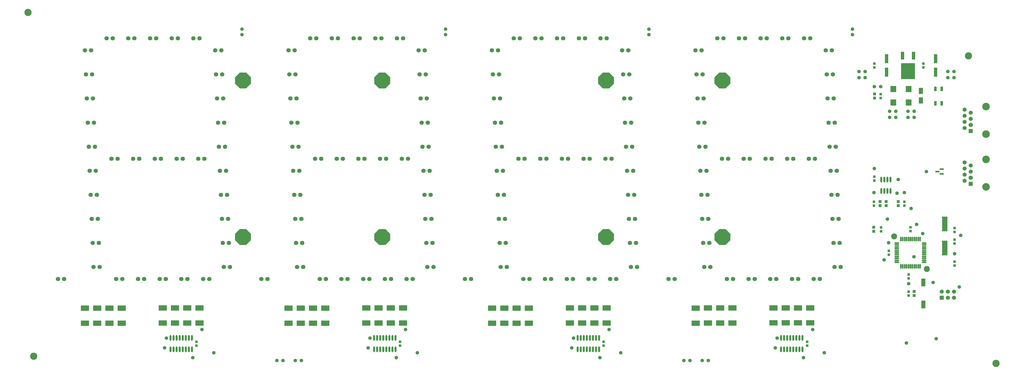
<source format=gts>
%FSLAX24Y24*%
%MOIN*%
G70*
G01*
G75*
G04 Layer_Color=8388736*
%ADD10R,0.0354X0.0354*%
%ADD11O,0.0689X0.0217*%
%ADD12O,0.0217X0.0689*%
%ADD13R,0.0394X0.0394*%
%ADD14R,0.0630X0.0236*%
%ADD15R,0.0630X0.0236*%
%ADD16C,0.0394*%
%ADD17O,0.0236X0.0866*%
%ADD18R,0.1299X0.0787*%
%ADD19R,0.0866X0.0925*%
%ADD20R,0.0610X0.0925*%
%ADD21R,0.0335X0.0335*%
%ADD22O,0.0236X0.0866*%
%ADD23R,0.0787X0.2362*%
%ADD24R,0.0630X0.1181*%
%ADD25R,0.0335X0.0669*%
%ADD26R,0.0472X0.1378*%
%ADD27R,0.2185X0.2559*%
%ADD28R,0.0492X0.1201*%
%ADD29C,0.0250*%
%ADD30C,0.0500*%
%ADD31C,0.0150*%
%ADD32C,0.0100*%
%ADD33C,0.0300*%
%ADD34C,0.0591*%
%ADD35R,0.0591X0.0591*%
%ADD36C,0.0630*%
%ADD37C,0.1161*%
%ADD38P,0.2706X8X22.5*%
%ADD39C,0.0591*%
%ADD40R,0.0591X0.0591*%
%ADD41C,0.0500*%
%ADD42C,0.0394*%
%ADD43C,0.0098*%
%ADD44C,0.0236*%
%ADD45C,0.0079*%
%ADD46R,0.0434X0.0434*%
%ADD47O,0.0769X0.0297*%
%ADD48O,0.0297X0.0769*%
%ADD49R,0.0474X0.0474*%
%ADD50R,0.0710X0.0316*%
%ADD51R,0.0710X0.0316*%
%ADD52C,0.1181*%
%ADD53O,0.0316X0.0946*%
%ADD54R,0.1379X0.0867*%
%ADD55R,0.0946X0.1005*%
%ADD56R,0.0690X0.1005*%
%ADD57R,0.0415X0.0415*%
%ADD58O,0.0316X0.0946*%
%ADD59R,0.0867X0.2442*%
%ADD60R,0.0710X0.1261*%
%ADD61C,0.0984*%
%ADD62R,0.0415X0.0749*%
%ADD63R,0.0552X0.1458*%
%ADD64R,0.2265X0.2639*%
%ADD65R,0.0572X0.1281*%
%ADD66C,0.0671*%
%ADD67R,0.0671X0.0671*%
%ADD68C,0.0710*%
%ADD69C,0.1241*%
%ADD70P,0.2793X8X22.5*%
%ADD71C,0.0671*%
%ADD72R,0.0671X0.0671*%
%ADD73C,0.0580*%
D46*
X131764Y4885D02*
D03*
Y5515D02*
D03*
X65310Y4885D02*
D03*
Y5515D02*
D03*
X155824Y18615D02*
D03*
Y17985D02*
D03*
Y23485D02*
D03*
Y24115D02*
D03*
X148324Y13715D02*
D03*
Y13085D02*
D03*
X142724Y31885D02*
D03*
Y32515D02*
D03*
X148644Y23591D02*
D03*
Y24221D02*
D03*
X150724Y51015D02*
D03*
Y50385D02*
D03*
X142724Y51015D02*
D03*
Y50385D02*
D03*
X155824Y21585D02*
D03*
Y22215D02*
D03*
X148324Y15885D02*
D03*
Y16515D02*
D03*
X145094Y20371D02*
D03*
Y19741D02*
D03*
X98537Y5515D02*
D03*
Y4885D02*
D03*
X32083Y5515D02*
D03*
Y4885D02*
D03*
D47*
X150860Y18496D02*
D03*
Y18811D02*
D03*
Y19126D02*
D03*
Y19441D02*
D03*
Y19756D02*
D03*
Y20070D02*
D03*
Y20385D02*
D03*
Y20700D02*
D03*
Y21015D02*
D03*
Y21330D02*
D03*
Y21645D02*
D03*
X146411D02*
D03*
Y21330D02*
D03*
Y21015D02*
D03*
Y20700D02*
D03*
Y20385D02*
D03*
Y20070D02*
D03*
Y19756D02*
D03*
Y19441D02*
D03*
Y19126D02*
D03*
Y18811D02*
D03*
Y18496D02*
D03*
D48*
X150210Y22295D02*
D03*
X149895D02*
D03*
X149580D02*
D03*
X149265D02*
D03*
X148950D02*
D03*
X148636D02*
D03*
X148321D02*
D03*
X148006D02*
D03*
X147691D02*
D03*
X147376D02*
D03*
X147061D02*
D03*
Y17846D02*
D03*
X147376D02*
D03*
X147691D02*
D03*
X148006D02*
D03*
X148321D02*
D03*
X148636D02*
D03*
X148950D02*
D03*
X149265D02*
D03*
X149580D02*
D03*
X149895D02*
D03*
X150210D02*
D03*
D49*
X149224Y13735D02*
D03*
Y13065D02*
D03*
X142774Y46035D02*
D03*
Y45365D02*
D03*
X144674Y27765D02*
D03*
Y28435D02*
D03*
X143674D02*
D03*
Y27765D02*
D03*
X146624Y28435D02*
D03*
Y27765D02*
D03*
X142624Y23565D02*
D03*
Y24235D02*
D03*
D50*
X153042Y33350D02*
D03*
X153750Y33724D02*
D03*
D51*
X153750Y32976D02*
D03*
D52*
X162598Y1958D02*
D03*
X158118Y52272D02*
D03*
X4574Y59359D02*
D03*
X5512Y3140D02*
D03*
D53*
X97787Y4255D02*
D03*
X97287D02*
D03*
X96787D02*
D03*
X96287D02*
D03*
X95787D02*
D03*
X95287D02*
D03*
X94787D02*
D03*
X94287D02*
D03*
Y6145D02*
D03*
X94787D02*
D03*
X95287D02*
D03*
X95787D02*
D03*
X96287D02*
D03*
X96787D02*
D03*
X97287D02*
D03*
X97787D02*
D03*
X64560Y4255D02*
D03*
X64060D02*
D03*
X63560D02*
D03*
X63060D02*
D03*
X62560D02*
D03*
X62060D02*
D03*
X61560D02*
D03*
X61060D02*
D03*
Y6145D02*
D03*
X61560D02*
D03*
X62060D02*
D03*
X62560D02*
D03*
X63060D02*
D03*
X63560D02*
D03*
X64060D02*
D03*
X64560D02*
D03*
X31333Y4255D02*
D03*
X30833D02*
D03*
X30333D02*
D03*
X29833D02*
D03*
X29333D02*
D03*
X28833D02*
D03*
X28333D02*
D03*
X27833D02*
D03*
Y6145D02*
D03*
X28333D02*
D03*
X28833D02*
D03*
X29333D02*
D03*
X29833D02*
D03*
X30333D02*
D03*
X30833D02*
D03*
X31333D02*
D03*
X143874Y30155D02*
D03*
X144374D02*
D03*
X144874D02*
D03*
X145374D02*
D03*
X143874Y32045D02*
D03*
X144374D02*
D03*
X145374D02*
D03*
X131014Y6145D02*
D03*
X130514D02*
D03*
X130014D02*
D03*
X129514D02*
D03*
X129014D02*
D03*
X128514D02*
D03*
X128014D02*
D03*
X127514D02*
D03*
X131014Y4255D02*
D03*
X130514D02*
D03*
X130014D02*
D03*
X129514D02*
D03*
X129014D02*
D03*
X128514D02*
D03*
X128014D02*
D03*
X127514D02*
D03*
D54*
X84339Y8551D02*
D03*
X99037Y8580D02*
D03*
X82339Y8551D02*
D03*
X93037Y8580D02*
D03*
X86339Y8551D02*
D03*
X97037Y8580D02*
D03*
X95037Y8580D02*
D03*
X51111Y8551D02*
D03*
X65810Y8580D02*
D03*
X49111Y8551D02*
D03*
X59810Y8580D02*
D03*
X53111Y8551D02*
D03*
X63810Y8580D02*
D03*
X61810D02*
D03*
X17884Y8551D02*
D03*
X32583Y8580D02*
D03*
X15884Y8551D02*
D03*
X26583Y8580D02*
D03*
X19884Y8551D02*
D03*
X30583Y8580D02*
D03*
X28583Y8580D02*
D03*
X80339Y8551D02*
D03*
X47111D02*
D03*
X13884D02*
D03*
Y10992D02*
D03*
X19884D02*
D03*
X15884D02*
D03*
X17884D02*
D03*
X28583Y11020D02*
D03*
X30583D02*
D03*
X26583D02*
D03*
X32583D02*
D03*
X49111Y10992D02*
D03*
X51111D02*
D03*
X53111D02*
D03*
X47111D02*
D03*
X61810Y11020D02*
D03*
X63810D02*
D03*
X65810D02*
D03*
X59810D02*
D03*
X95037Y11020D02*
D03*
X99037Y11020D02*
D03*
X97037D02*
D03*
X93037D02*
D03*
X82339Y10992D02*
D03*
X86339D02*
D03*
X84339D02*
D03*
X80339Y10992D02*
D03*
X117566Y8580D02*
D03*
X115566D02*
D03*
Y11021D02*
D03*
X119566Y8580D02*
D03*
Y11021D02*
D03*
X113566Y8551D02*
D03*
Y10992D02*
D03*
X117566Y11021D02*
D03*
X132264Y8609D02*
D03*
Y11050D02*
D03*
X126264D02*
D03*
Y8609D02*
D03*
X128264Y11050D02*
D03*
Y8609D02*
D03*
X130264Y11050D02*
D03*
Y8609D02*
D03*
D55*
X145824Y44648D02*
D03*
Y46852D02*
D03*
X148324Y44648D02*
D03*
Y46852D02*
D03*
D56*
X150324Y44972D02*
D03*
Y46528D02*
D03*
D57*
X143774Y45385D02*
D03*
Y46015D02*
D03*
X142674Y27785D02*
D03*
Y28415D02*
D03*
X147625Y27785D02*
D03*
Y28415D02*
D03*
X143824Y24215D02*
D03*
Y23585D02*
D03*
D58*
X144874Y32045D02*
D03*
D59*
X154224Y24769D02*
D03*
Y20831D02*
D03*
D60*
X150724Y15207D02*
D03*
Y11593D02*
D03*
D61*
X151295Y17410D02*
D03*
X145984Y22730D02*
D03*
D62*
X152699Y46881D02*
D03*
X153750D02*
D03*
Y44519D02*
D03*
X152699D02*
D03*
D63*
X144724Y51800D02*
D03*
Y49600D02*
D03*
X152724Y51800D02*
D03*
Y49600D02*
D03*
D64*
X148224Y49755D02*
D03*
D65*
X147323Y52294D02*
D03*
X149126D02*
D03*
D66*
X157475Y43484D02*
D03*
Y40484D02*
D03*
X158475Y42984D02*
D03*
X157475Y42484D02*
D03*
Y41484D02*
D03*
X158475Y41984D02*
D03*
X157474Y31850D02*
D03*
Y34850D02*
D03*
X158474Y34350D02*
D03*
X157474Y32850D02*
D03*
X158474Y33350D02*
D03*
X157474Y33850D02*
D03*
D67*
X158475Y39984D02*
D03*
X158474Y31350D02*
D03*
D68*
X158475Y40984D02*
D03*
X158474Y32350D02*
D03*
X103206Y37413D02*
D03*
X102206D02*
D03*
X102049Y41350D02*
D03*
X103049D02*
D03*
X102994Y17728D02*
D03*
X103994D02*
D03*
X103837Y21665D02*
D03*
X102837D02*
D03*
X88404Y55129D02*
D03*
X87404D02*
D03*
X83861D02*
D03*
X84861D02*
D03*
X80948Y37413D02*
D03*
X81948D02*
D03*
X81578Y21665D02*
D03*
X82578D02*
D03*
X82736Y17728D02*
D03*
X81736D02*
D03*
X88980Y15759D02*
D03*
X89980D02*
D03*
X86436D02*
D03*
X85436D02*
D03*
X51634Y55129D02*
D03*
X50634D02*
D03*
X54177D02*
D03*
X55177D02*
D03*
X47721Y37413D02*
D03*
X48721D02*
D03*
X48564Y41350D02*
D03*
X47564D02*
D03*
X49508Y17728D02*
D03*
X48508D02*
D03*
X48351Y21665D02*
D03*
X49351D02*
D03*
X118875Y35444D02*
D03*
X117875D02*
D03*
X98823D02*
D03*
X99823D02*
D03*
X134804Y53161D02*
D03*
X135804D02*
D03*
X135961Y49224D02*
D03*
X134961D02*
D03*
X135118Y45287D02*
D03*
X136118D02*
D03*
X136276Y41350D02*
D03*
X135276D02*
D03*
X135433Y37413D02*
D03*
X136433D02*
D03*
X136591Y33476D02*
D03*
X135591D02*
D03*
X135749Y29539D02*
D03*
X136749D02*
D03*
X136906Y25602D02*
D03*
X135906D02*
D03*
X136064Y21665D02*
D03*
X137064D02*
D03*
X137221Y17728D02*
D03*
X136221D02*
D03*
X117088Y55129D02*
D03*
X118088D02*
D03*
X121632D02*
D03*
X120632D02*
D03*
X124175D02*
D03*
X125175D02*
D03*
X128719D02*
D03*
X127719D02*
D03*
X131261D02*
D03*
X132261D02*
D03*
X121419Y35444D02*
D03*
X122419D02*
D03*
X125963D02*
D03*
X124963D02*
D03*
X128506D02*
D03*
X129506D02*
D03*
X133049D02*
D03*
X132049D02*
D03*
X132836Y15759D02*
D03*
X133836D02*
D03*
X130293D02*
D03*
X129293D02*
D03*
X125750D02*
D03*
X126750D02*
D03*
X123207D02*
D03*
X122207D02*
D03*
X118663D02*
D03*
X119663D02*
D03*
X115963Y17728D02*
D03*
X114963D02*
D03*
X114805Y21665D02*
D03*
X115805D02*
D03*
X115648Y25602D02*
D03*
X114648D02*
D03*
X114491Y29539D02*
D03*
X115491D02*
D03*
X115333Y33476D02*
D03*
X114333D02*
D03*
X109136Y15759D02*
D03*
X110136D02*
D03*
X115175Y37413D02*
D03*
X114175D02*
D03*
X114018Y41350D02*
D03*
X115018D02*
D03*
X114860Y45287D02*
D03*
X113860D02*
D03*
X113703Y49224D02*
D03*
X114703D02*
D03*
X114545Y53161D02*
D03*
X113545D02*
D03*
X99609Y15759D02*
D03*
X100609D02*
D03*
X97066D02*
D03*
X96066D02*
D03*
X92523D02*
D03*
X93523D02*
D03*
X91947Y55129D02*
D03*
X90948D02*
D03*
X94491D02*
D03*
X95491D02*
D03*
X99034D02*
D03*
X98034D02*
D03*
X84648Y35444D02*
D03*
X85648D02*
D03*
X89192D02*
D03*
X88192D02*
D03*
X91735D02*
D03*
X92735D02*
D03*
X96278D02*
D03*
X95278D02*
D03*
X103364Y33476D02*
D03*
X102364D02*
D03*
X102522Y29539D02*
D03*
X103522D02*
D03*
X103679Y25602D02*
D03*
X102679D02*
D03*
X101577Y53161D02*
D03*
X102577D02*
D03*
X102734Y49224D02*
D03*
X101734D02*
D03*
X101891Y45287D02*
D03*
X102891D02*
D03*
X81318Y53161D02*
D03*
X80318D02*
D03*
X80476Y49224D02*
D03*
X81476D02*
D03*
X81633Y45287D02*
D03*
X80633D02*
D03*
X80791Y41350D02*
D03*
X81791D02*
D03*
X81106Y33476D02*
D03*
X82106D02*
D03*
X82263Y29539D02*
D03*
X81263D02*
D03*
X81420Y25602D02*
D03*
X82420D02*
D03*
X76909Y15759D02*
D03*
X75909D02*
D03*
X57720Y55129D02*
D03*
X58720D02*
D03*
X62264D02*
D03*
X61264D02*
D03*
X64807D02*
D03*
X65807D02*
D03*
X53209Y15759D02*
D03*
X52209D02*
D03*
X55752D02*
D03*
X56752D02*
D03*
X60295D02*
D03*
X59295D02*
D03*
X62839D02*
D03*
X63839D02*
D03*
X67382D02*
D03*
X66382D02*
D03*
X51421Y35444D02*
D03*
X52421D02*
D03*
X55965D02*
D03*
X54965D02*
D03*
X58508D02*
D03*
X59508D02*
D03*
X63051D02*
D03*
X62051D02*
D03*
X65594D02*
D03*
X66594D02*
D03*
X48091Y53161D02*
D03*
X47091D02*
D03*
X47249Y49224D02*
D03*
X48249D02*
D03*
X48405Y45287D02*
D03*
X47405D02*
D03*
X68350Y53161D02*
D03*
X69350D02*
D03*
X69507Y49224D02*
D03*
X68507D02*
D03*
X68664Y45287D02*
D03*
X69664D02*
D03*
X69822Y41350D02*
D03*
X68822D02*
D03*
X68979Y37413D02*
D03*
X69979D02*
D03*
X43682Y15759D02*
D03*
X42682D02*
D03*
X48193Y25602D02*
D03*
X49193D02*
D03*
X49036Y29539D02*
D03*
X48036D02*
D03*
X47879Y33476D02*
D03*
X48879D02*
D03*
X70137D02*
D03*
X69137D02*
D03*
X69295Y29539D02*
D03*
X70295D02*
D03*
X70451Y25602D02*
D03*
X69451D02*
D03*
X69610Y21665D02*
D03*
X70610D02*
D03*
X70767Y17728D02*
D03*
X69767D02*
D03*
X17407Y55129D02*
D03*
X18407D02*
D03*
X21950D02*
D03*
X20950D02*
D03*
X24493D02*
D03*
X25493D02*
D03*
X29037D02*
D03*
X28037D02*
D03*
X31580D02*
D03*
X32580D02*
D03*
X19982Y15759D02*
D03*
X18982D02*
D03*
X22525D02*
D03*
X23525D02*
D03*
X27068D02*
D03*
X26068D02*
D03*
X29611D02*
D03*
X30611D02*
D03*
X34155D02*
D03*
X33155D02*
D03*
X18194Y35444D02*
D03*
X19194D02*
D03*
X22737D02*
D03*
X21737D02*
D03*
X25281D02*
D03*
X26281D02*
D03*
X29824D02*
D03*
X28824D02*
D03*
X32367D02*
D03*
X33367D02*
D03*
X14864Y53161D02*
D03*
X13864D02*
D03*
X14022Y49224D02*
D03*
X15022D02*
D03*
X15178Y45287D02*
D03*
X14178D02*
D03*
X14337Y41350D02*
D03*
X15337D02*
D03*
X15494Y37413D02*
D03*
X14494D02*
D03*
X35123Y53161D02*
D03*
X36123D02*
D03*
X36280Y49224D02*
D03*
X35280D02*
D03*
X35437Y45287D02*
D03*
X36437D02*
D03*
X36595Y41350D02*
D03*
X35595D02*
D03*
X35752Y37413D02*
D03*
X36752D02*
D03*
X15651Y33476D02*
D03*
X14651D02*
D03*
X14809Y29539D02*
D03*
X15809D02*
D03*
X15966Y25602D02*
D03*
X14966D02*
D03*
X15124Y21665D02*
D03*
X16124D02*
D03*
X10455Y15759D02*
D03*
X9455D02*
D03*
X15281Y17728D02*
D03*
X16281D02*
D03*
X36910Y33476D02*
D03*
X35910D02*
D03*
X36067Y29539D02*
D03*
X37067D02*
D03*
X37224Y25602D02*
D03*
X36224D02*
D03*
X36382Y21665D02*
D03*
X37382D02*
D03*
X37540Y17728D02*
D03*
X36540D02*
D03*
D69*
X160975Y39484D02*
D03*
Y43984D02*
D03*
X160974Y30850D02*
D03*
Y35350D02*
D03*
D70*
X117921Y48239D02*
D03*
Y22649D02*
D03*
X62402Y48239D02*
D03*
X62402Y22649D02*
D03*
X39679Y48239D02*
D03*
Y22649D02*
D03*
X98937D02*
D03*
Y48239D02*
D03*
D71*
X155724Y13700D02*
D03*
Y12700D02*
D03*
X154725Y13700D02*
D03*
Y12700D02*
D03*
X153724Y13700D02*
D03*
D72*
Y12700D02*
D03*
D73*
X45196Y2420D02*
D03*
X46196D02*
D03*
X49196D02*
D03*
X48196D02*
D03*
X114650D02*
D03*
X115650D02*
D03*
X112650D02*
D03*
X111650D02*
D03*
X149217Y19399D02*
D03*
X26883Y4500D02*
D03*
X32983Y7500D02*
D03*
X31483Y2900D02*
D03*
X27183Y6100D02*
D03*
X66210Y7500D02*
D03*
X93337Y4500D02*
D03*
X93637Y6100D02*
D03*
X99437Y7500D02*
D03*
X97937Y2900D02*
D03*
X60410Y6100D02*
D03*
X64710Y2900D02*
D03*
X60110Y4500D02*
D03*
X39493Y55750D02*
D03*
Y56650D02*
D03*
X34893Y3700D02*
D03*
X72720Y55750D02*
D03*
Y56650D02*
D03*
X68120Y3700D02*
D03*
X101347D02*
D03*
X105947Y56650D02*
D03*
X105947Y55750D02*
D03*
X126864Y6100D02*
D03*
X126564Y4500D02*
D03*
X131164Y2900D02*
D03*
X132664Y7500D02*
D03*
X147624Y29900D02*
D03*
X147724Y50200D02*
D03*
X148724D02*
D03*
X147724Y49200D02*
D03*
X148724D02*
D03*
X151224Y33350D02*
D03*
X143774Y47250D02*
D03*
X142724D02*
D03*
X147974Y5300D02*
D03*
X142674Y29900D02*
D03*
X142724Y33850D02*
D03*
X146624Y32050D02*
D03*
X154724Y48700D02*
D03*
X155724D02*
D03*
Y49700D02*
D03*
X154724D02*
D03*
X140224D02*
D03*
X141224D02*
D03*
Y48700D02*
D03*
X140224D02*
D03*
X144882Y25581D02*
D03*
X149624Y24700D02*
D03*
X144324Y18900D02*
D03*
X155824Y19900D02*
D03*
X156824Y22900D02*
D03*
X152324Y15200D02*
D03*
X145224Y43200D02*
D03*
X146224D02*
D03*
Y42200D02*
D03*
X145224D02*
D03*
X148224D02*
D03*
X149224D02*
D03*
Y43200D02*
D03*
X148224D02*
D03*
X150624Y23200D02*
D03*
X145054Y21710D02*
D03*
X148724Y27300D02*
D03*
X146424Y29800D02*
D03*
X148324Y15000D02*
D03*
X139174Y55750D02*
D03*
Y56650D02*
D03*
X134574Y3700D02*
D03*
X152824Y6000D02*
D03*
X156599Y14476D02*
D03*
M02*

</source>
